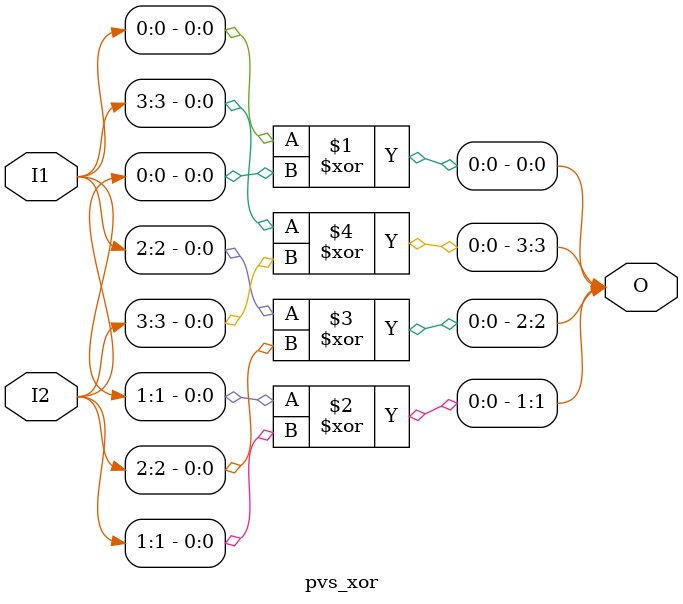
<source format=v>
module pvs_xor (I1,I2,O); // 4 bit xor gate
  input[3:0] I1,I2;
  output[3:0] O;
  xor M1 (O[0],I1[0],I2[0]);
  xor M2 (O[1],I1[1],I2[1]);
  xor M3 (O[2],I1[2],I2[2]);
  xor M4 (O[3],I1[3],I2[3]);
endmodule
</source>
